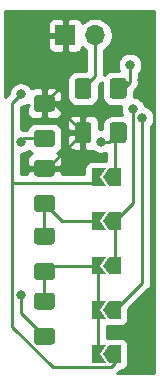
<source format=gbr>
%TF.GenerationSoftware,KiCad,Pcbnew,(5.1.6)-1*%
%TF.CreationDate,2020-08-29T13:30:18-04:00*%
%TF.ProjectId,555-timer-rev1-0,3535352d-7469-46d6-9572-2d726576312d,rev?*%
%TF.SameCoordinates,Original*%
%TF.FileFunction,Copper,L2,Bot*%
%TF.FilePolarity,Positive*%
%FSLAX46Y46*%
G04 Gerber Fmt 4.6, Leading zero omitted, Abs format (unit mm)*
G04 Created by KiCad (PCBNEW (5.1.6)-1) date 2020-08-29 13:30:18*
%MOMM*%
%LPD*%
G01*
G04 APERTURE LIST*
%TA.AperFunction,SMDPad,CuDef*%
%ADD10C,0.100000*%
%TD*%
%TA.AperFunction,ComponentPad*%
%ADD11R,1.700000X1.700000*%
%TD*%
%TA.AperFunction,ComponentPad*%
%ADD12O,1.700000X1.700000*%
%TD*%
%TA.AperFunction,ViaPad*%
%ADD13C,0.800000*%
%TD*%
%TA.AperFunction,Conductor*%
%ADD14C,0.250000*%
%TD*%
%TA.AperFunction,Conductor*%
%ADD15C,0.254000*%
%TD*%
G04 APERTURE END LIST*
%TO.P,R4,2*%
%TO.N,Net-(C2-Pad1)*%
%TA.AperFunction,SMDPad,CuDef*%
G36*
G01*
X145125000Y-94275000D02*
X146375000Y-94275000D01*
G75*
G02*
X146625000Y-94525000I0J-250000D01*
G01*
X146625000Y-95450000D01*
G75*
G02*
X146375000Y-95700000I-250000J0D01*
G01*
X145125000Y-95700000D01*
G75*
G02*
X144875000Y-95450000I0J250000D01*
G01*
X144875000Y-94525000D01*
G75*
G02*
X145125000Y-94275000I250000J0D01*
G01*
G37*
%TD.AperFunction*%
%TO.P,R4,1*%
%TO.N,Net-(JP2-Pad2)*%
%TA.AperFunction,SMDPad,CuDef*%
G36*
G01*
X145125000Y-91300000D02*
X146375000Y-91300000D01*
G75*
G02*
X146625000Y-91550000I0J-250000D01*
G01*
X146625000Y-92475000D01*
G75*
G02*
X146375000Y-92725000I-250000J0D01*
G01*
X145125000Y-92725000D01*
G75*
G02*
X144875000Y-92475000I0J250000D01*
G01*
X144875000Y-91550000D01*
G75*
G02*
X145125000Y-91300000I250000J0D01*
G01*
G37*
%TD.AperFunction*%
%TD*%
%TO.P,R3,2*%
%TO.N,Net-(JP2-Pad2)*%
%TA.AperFunction,SMDPad,CuDef*%
G36*
G01*
X145125000Y-88525000D02*
X146375000Y-88525000D01*
G75*
G02*
X146625000Y-88775000I0J-250000D01*
G01*
X146625000Y-89700000D01*
G75*
G02*
X146375000Y-89950000I-250000J0D01*
G01*
X145125000Y-89950000D01*
G75*
G02*
X144875000Y-89700000I0J250000D01*
G01*
X144875000Y-88775000D01*
G75*
G02*
X145125000Y-88525000I250000J0D01*
G01*
G37*
%TD.AperFunction*%
%TO.P,R3,1*%
%TO.N,+5V*%
%TA.AperFunction,SMDPad,CuDef*%
G36*
G01*
X145125000Y-85550000D02*
X146375000Y-85550000D01*
G75*
G02*
X146625000Y-85800000I0J-250000D01*
G01*
X146625000Y-86725000D01*
G75*
G02*
X146375000Y-86975000I-250000J0D01*
G01*
X145125000Y-86975000D01*
G75*
G02*
X144875000Y-86725000I0J250000D01*
G01*
X144875000Y-85800000D01*
G75*
G02*
X145125000Y-85550000I250000J0D01*
G01*
G37*
%TD.AperFunction*%
%TD*%
%TO.P,R2,2*%
%TO.N,Net-(R2-Pad2)*%
%TA.AperFunction,SMDPad,CuDef*%
G36*
G01*
X145125000Y-83025000D02*
X146375000Y-83025000D01*
G75*
G02*
X146625000Y-83275000I0J-250000D01*
G01*
X146625000Y-84200000D01*
G75*
G02*
X146375000Y-84450000I-250000J0D01*
G01*
X145125000Y-84450000D01*
G75*
G02*
X144875000Y-84200000I0J250000D01*
G01*
X144875000Y-83275000D01*
G75*
G02*
X145125000Y-83025000I250000J0D01*
G01*
G37*
%TD.AperFunction*%
%TO.P,R2,1*%
%TO.N,+5V*%
%TA.AperFunction,SMDPad,CuDef*%
G36*
G01*
X145125000Y-80050000D02*
X146375000Y-80050000D01*
G75*
G02*
X146625000Y-80300000I0J-250000D01*
G01*
X146625000Y-81225000D01*
G75*
G02*
X146375000Y-81475000I-250000J0D01*
G01*
X145125000Y-81475000D01*
G75*
G02*
X144875000Y-81225000I0J250000D01*
G01*
X144875000Y-80300000D01*
G75*
G02*
X145125000Y-80050000I250000J0D01*
G01*
G37*
%TD.AperFunction*%
%TD*%
%TO.P,R1,2*%
%TO.N,+5V*%
%TA.AperFunction,SMDPad,CuDef*%
G36*
G01*
X149725000Y-82625000D02*
X149725000Y-83875000D01*
G75*
G02*
X149475000Y-84125000I-250000J0D01*
G01*
X148550000Y-84125000D01*
G75*
G02*
X148300000Y-83875000I0J250000D01*
G01*
X148300000Y-82625000D01*
G75*
G02*
X148550000Y-82375000I250000J0D01*
G01*
X149475000Y-82375000D01*
G75*
G02*
X149725000Y-82625000I0J-250000D01*
G01*
G37*
%TD.AperFunction*%
%TO.P,R1,1*%
%TO.N,Net-(JP1-Pad1)*%
%TA.AperFunction,SMDPad,CuDef*%
G36*
G01*
X152700000Y-82625000D02*
X152700000Y-83875000D01*
G75*
G02*
X152450000Y-84125000I-250000J0D01*
G01*
X151525000Y-84125000D01*
G75*
G02*
X151275000Y-83875000I0J250000D01*
G01*
X151275000Y-82625000D01*
G75*
G02*
X151525000Y-82375000I250000J0D01*
G01*
X152450000Y-82375000D01*
G75*
G02*
X152700000Y-82625000I0J-250000D01*
G01*
G37*
%TD.AperFunction*%
%TD*%
%TA.AperFunction,SMDPad,CuDef*%
D10*
%TO.P,JP4,1*%
%TO.N,Net-(JP4-Pad1)*%
G36*
X150725000Y-98250000D02*
G01*
X151225000Y-97500000D01*
X152225000Y-97500000D01*
X152225000Y-99000000D01*
X151225000Y-99000000D01*
X150725000Y-98250000D01*
G37*
%TD.AperFunction*%
%TA.AperFunction,SMDPad,CuDef*%
%TO.P,JP4,2*%
%TO.N,Net-(C2-Pad1)*%
G36*
X149775000Y-97500000D02*
G01*
X150925000Y-97500000D01*
X150425000Y-98250000D01*
X150925000Y-99000000D01*
X149775000Y-99000000D01*
X149775000Y-97500000D01*
G37*
%TD.AperFunction*%
%TD*%
%TA.AperFunction,SMDPad,CuDef*%
%TO.P,JP3,1*%
%TO.N,Net-(JP2-Pad1)*%
G36*
X150725000Y-94500000D02*
G01*
X151225000Y-93750000D01*
X152225000Y-93750000D01*
X152225000Y-95250000D01*
X151225000Y-95250000D01*
X150725000Y-94500000D01*
G37*
%TD.AperFunction*%
%TA.AperFunction,SMDPad,CuDef*%
%TO.P,JP3,2*%
%TO.N,Net-(C2-Pad1)*%
G36*
X149775000Y-93750000D02*
G01*
X150925000Y-93750000D01*
X150425000Y-94500000D01*
X150925000Y-95250000D01*
X149775000Y-95250000D01*
X149775000Y-93750000D01*
G37*
%TD.AperFunction*%
%TD*%
%TA.AperFunction,SMDPad,CuDef*%
%TO.P,JP2,1*%
%TO.N,Net-(JP2-Pad1)*%
G36*
X150725000Y-90750000D02*
G01*
X151225000Y-90000000D01*
X152225000Y-90000000D01*
X152225000Y-91500000D01*
X151225000Y-91500000D01*
X150725000Y-90750000D01*
G37*
%TD.AperFunction*%
%TA.AperFunction,SMDPad,CuDef*%
%TO.P,JP2,2*%
%TO.N,Net-(JP2-Pad2)*%
G36*
X149775000Y-90000000D02*
G01*
X150925000Y-90000000D01*
X150425000Y-90750000D01*
X150925000Y-91500000D01*
X149775000Y-91500000D01*
X149775000Y-90000000D01*
G37*
%TD.AperFunction*%
%TD*%
%TA.AperFunction,SMDPad,CuDef*%
%TO.P,JP5,1*%
%TO.N,/TRIGGER*%
G36*
X150725000Y-102000000D02*
G01*
X151225000Y-101250000D01*
X152225000Y-101250000D01*
X152225000Y-102750000D01*
X151225000Y-102750000D01*
X150725000Y-102000000D01*
G37*
%TD.AperFunction*%
%TA.AperFunction,SMDPad,CuDef*%
%TO.P,JP5,2*%
%TO.N,Net-(C2-Pad1)*%
G36*
X149775000Y-101250000D02*
G01*
X150925000Y-101250000D01*
X150425000Y-102000000D01*
X150925000Y-102750000D01*
X149775000Y-102750000D01*
X149775000Y-101250000D01*
G37*
%TD.AperFunction*%
%TD*%
%TA.AperFunction,SMDPad,CuDef*%
%TO.P,JP1,1*%
%TO.N,Net-(JP1-Pad1)*%
G36*
X150725000Y-87000000D02*
G01*
X151225000Y-86250000D01*
X152225000Y-86250000D01*
X152225000Y-87750000D01*
X151225000Y-87750000D01*
X150725000Y-87000000D01*
G37*
%TD.AperFunction*%
%TA.AperFunction,SMDPad,CuDef*%
%TO.P,JP1,2*%
%TO.N,/TRIGGER*%
G36*
X149775000Y-86250000D02*
G01*
X150925000Y-86250000D01*
X150425000Y-87000000D01*
X150925000Y-87750000D01*
X149775000Y-87750000D01*
X149775000Y-86250000D01*
G37*
%TD.AperFunction*%
%TD*%
D11*
%TO.P,J1,1*%
%TO.N,+5V*%
X147500000Y-75000000D03*
D12*
%TO.P,J1,2*%
%TO.N,GND*%
X150040000Y-75000000D03*
%TD*%
%TO.P,C2,2*%
%TO.N,GND*%
%TA.AperFunction,SMDPad,CuDef*%
G36*
G01*
X145125000Y-99775000D02*
X146375000Y-99775000D01*
G75*
G02*
X146625000Y-100025000I0J-250000D01*
G01*
X146625000Y-100950000D01*
G75*
G02*
X146375000Y-101200000I-250000J0D01*
G01*
X145125000Y-101200000D01*
G75*
G02*
X144875000Y-100950000I0J250000D01*
G01*
X144875000Y-100025000D01*
G75*
G02*
X145125000Y-99775000I250000J0D01*
G01*
G37*
%TD.AperFunction*%
%TO.P,C2,1*%
%TO.N,Net-(C2-Pad1)*%
%TA.AperFunction,SMDPad,CuDef*%
G36*
G01*
X145125000Y-96800000D02*
X146375000Y-96800000D01*
G75*
G02*
X146625000Y-97050000I0J-250000D01*
G01*
X146625000Y-97975000D01*
G75*
G02*
X146375000Y-98225000I-250000J0D01*
G01*
X145125000Y-98225000D01*
G75*
G02*
X144875000Y-97975000I0J250000D01*
G01*
X144875000Y-97050000D01*
G75*
G02*
X145125000Y-96800000I250000J0D01*
G01*
G37*
%TD.AperFunction*%
%TD*%
%TO.P,C1,2*%
%TO.N,GND*%
%TA.AperFunction,SMDPad,CuDef*%
G36*
G01*
X149725000Y-78875000D02*
X149725000Y-80125000D01*
G75*
G02*
X149475000Y-80375000I-250000J0D01*
G01*
X148550000Y-80375000D01*
G75*
G02*
X148300000Y-80125000I0J250000D01*
G01*
X148300000Y-78875000D01*
G75*
G02*
X148550000Y-78625000I250000J0D01*
G01*
X149475000Y-78625000D01*
G75*
G02*
X149725000Y-78875000I0J-250000D01*
G01*
G37*
%TD.AperFunction*%
%TO.P,C1,1*%
%TO.N,Net-(C1-Pad1)*%
%TA.AperFunction,SMDPad,CuDef*%
G36*
G01*
X152700000Y-78875000D02*
X152700000Y-80125000D01*
G75*
G02*
X152450000Y-80375000I-250000J0D01*
G01*
X151525000Y-80375000D01*
G75*
G02*
X151275000Y-80125000I0J250000D01*
G01*
X151275000Y-78875000D01*
G75*
G02*
X151525000Y-78625000I250000J0D01*
G01*
X152450000Y-78625000D01*
G75*
G02*
X152700000Y-78875000I0J-250000D01*
G01*
G37*
%TD.AperFunction*%
%TD*%
D13*
%TO.N,GND*%
X143750000Y-97000000D03*
%TO.N,Net-(C1-Pad1)*%
X153000000Y-77500000D03*
%TO.N,/TRIGGER*%
X143750000Y-80000000D03*
%TO.N,+5V*%
X154500000Y-100750000D03*
X154000000Y-78750000D03*
%TO.N,Net-(JP1-Pad1)*%
X150500000Y-84000000D03*
%TO.N,Net-(R2-Pad2)*%
X143750000Y-84000000D03*
%TO.N,Net-(JP2-Pad1)*%
X153250000Y-81250000D03*
%TO.N,Net-(JP4-Pad1)*%
X154025000Y-82000000D03*
%TD*%
D14*
%TO.N,GND*%
X150000000Y-75000000D02*
X150050010Y-75050010D01*
X150040000Y-78472500D02*
X149012500Y-79500000D01*
X150040000Y-75000000D02*
X150040000Y-78472500D01*
X145750000Y-100487500D02*
X143750000Y-98487500D01*
X143750000Y-98487500D02*
X143750000Y-97000000D01*
%TO.N,Net-(C1-Pad1)*%
X152750000Y-78987500D02*
X152487500Y-79250000D01*
X153000000Y-78987500D02*
X152487500Y-79500000D01*
X153000000Y-77500000D02*
X153000000Y-78987500D01*
%TO.N,/TRIGGER*%
X151725000Y-102409636D02*
X151725000Y-102000000D01*
X151725000Y-102750000D02*
X151725000Y-102000000D01*
X151399990Y-103075010D02*
X151725000Y-102750000D01*
X146436820Y-103075010D02*
X151399990Y-103075010D01*
X143024999Y-99663189D02*
X146436820Y-103075010D01*
X143750000Y-80000000D02*
X143024999Y-80725001D01*
X143049998Y-87500000D02*
X143024999Y-87524999D01*
X150275000Y-87000000D02*
X149775000Y-87500000D01*
X149775000Y-87500000D02*
X143049998Y-87500000D01*
X143024999Y-80725001D02*
X143024999Y-87524999D01*
X143024999Y-87524999D02*
X143024999Y-99663189D01*
%TO.N,+5V*%
X149512500Y-83000000D02*
X149512500Y-83875000D01*
X146012500Y-86000000D02*
X145750000Y-86262500D01*
X145750000Y-80762500D02*
X145750000Y-81475000D01*
X147500000Y-79012500D02*
X145750000Y-80762500D01*
X147500000Y-75000000D02*
X147500000Y-79012500D01*
X146525000Y-80762500D02*
X149012500Y-83250000D01*
X145750000Y-80762500D02*
X146525000Y-80762500D01*
X146000000Y-86262500D02*
X149012500Y-83250000D01*
X145750000Y-86262500D02*
X146000000Y-86262500D01*
%TO.N,Net-(JP1-Pad1)*%
X151725000Y-84012500D02*
X152487500Y-83250000D01*
X151725000Y-87000000D02*
X151725000Y-84012500D01*
X151237500Y-84000000D02*
X151987500Y-83250000D01*
X150500000Y-84000000D02*
X151237500Y-84000000D01*
%TO.N,Net-(R2-Pad2)*%
X145512500Y-83737500D02*
X145750000Y-83737500D01*
X144012500Y-83737500D02*
X143750000Y-84000000D01*
X145750000Y-83737500D02*
X144012500Y-83737500D01*
%TO.N,Net-(C2-Pad1)*%
X145750000Y-94987500D02*
X145750000Y-97512500D01*
X150275000Y-102000000D02*
X150275000Y-98250000D01*
X150275000Y-98250000D02*
X150275000Y-94500000D01*
X146012500Y-97250000D02*
X145750000Y-97512500D01*
X146237500Y-94500000D02*
X145750000Y-94987500D01*
X150275000Y-94500000D02*
X146237500Y-94500000D01*
%TO.N,Net-(JP2-Pad1)*%
X151725000Y-90750000D02*
X151725000Y-94500000D01*
X153250000Y-89225000D02*
X151725000Y-90750000D01*
X153250000Y-81250000D02*
X153250000Y-89225000D01*
%TO.N,Net-(JP2-Pad2)*%
X145750000Y-89237500D02*
X145750000Y-92012500D01*
X147262500Y-90750000D02*
X145750000Y-89237500D01*
X150275000Y-90750000D02*
X147262500Y-90750000D01*
%TO.N,Net-(JP4-Pad1)*%
X154025000Y-95950000D02*
X151725000Y-98250000D01*
X154025000Y-82000000D02*
X154025000Y-95950000D01*
%TD*%
D15*
%TO.N,+5V*%
G36*
X155065001Y-103623000D02*
G01*
X151930256Y-103623000D01*
X151939991Y-103615011D01*
X151963794Y-103586007D01*
X152161729Y-103388072D01*
X152225000Y-103388072D01*
X152349482Y-103375812D01*
X152469180Y-103339502D01*
X152579494Y-103280537D01*
X152676185Y-103201185D01*
X152755537Y-103104494D01*
X152814502Y-102994180D01*
X152850812Y-102874482D01*
X152863072Y-102750000D01*
X152863072Y-101250000D01*
X152850812Y-101125518D01*
X152814502Y-101005820D01*
X152755537Y-100895506D01*
X152676185Y-100798815D01*
X152579494Y-100719463D01*
X152469180Y-100660498D01*
X152349482Y-100624188D01*
X152225000Y-100611928D01*
X151225000Y-100611928D01*
X151099864Y-100624319D01*
X151074936Y-100631909D01*
X151049482Y-100624188D01*
X151035000Y-100622762D01*
X151035000Y-99627296D01*
X151048827Y-99625941D01*
X151074935Y-99618051D01*
X151100518Y-99625812D01*
X151225000Y-99638072D01*
X152225000Y-99638072D01*
X152349482Y-99625812D01*
X152469180Y-99589502D01*
X152579494Y-99530537D01*
X152676185Y-99451185D01*
X152755537Y-99354494D01*
X152814502Y-99244180D01*
X152850812Y-99124482D01*
X152863072Y-99000000D01*
X152863072Y-98186729D01*
X154536003Y-96513799D01*
X154565001Y-96490001D01*
X154659974Y-96374276D01*
X154730546Y-96242247D01*
X154774003Y-96098986D01*
X154785000Y-95987333D01*
X154785000Y-95987324D01*
X154788676Y-95950001D01*
X154785000Y-95912678D01*
X154785000Y-82703711D01*
X154828937Y-82659774D01*
X154942205Y-82490256D01*
X155020226Y-82301898D01*
X155060000Y-82101939D01*
X155060000Y-81898061D01*
X155020226Y-81698102D01*
X154942205Y-81509744D01*
X154828937Y-81340226D01*
X154684774Y-81196063D01*
X154515256Y-81082795D01*
X154326898Y-81004774D01*
X154253599Y-80990194D01*
X154245226Y-80948102D01*
X154167205Y-80759744D01*
X154053937Y-80590226D01*
X153909774Y-80446063D01*
X153740256Y-80332795D01*
X153551898Y-80254774D01*
X153351939Y-80215000D01*
X153329208Y-80215000D01*
X153338072Y-80125000D01*
X153338072Y-79724230D01*
X153511007Y-79551295D01*
X153540001Y-79527501D01*
X153563795Y-79498508D01*
X153563799Y-79498504D01*
X153634973Y-79411777D01*
X153659962Y-79365027D01*
X153705546Y-79279747D01*
X153749003Y-79136486D01*
X153760000Y-79024833D01*
X153760000Y-79024824D01*
X153763676Y-78987501D01*
X153760000Y-78950178D01*
X153760000Y-78203711D01*
X153803937Y-78159774D01*
X153917205Y-77990256D01*
X153995226Y-77801898D01*
X154035000Y-77601939D01*
X154035000Y-77398061D01*
X153995226Y-77198102D01*
X153917205Y-77009744D01*
X153803937Y-76840226D01*
X153659774Y-76696063D01*
X153490256Y-76582795D01*
X153301898Y-76504774D01*
X153101939Y-76465000D01*
X152898061Y-76465000D01*
X152698102Y-76504774D01*
X152509744Y-76582795D01*
X152340226Y-76696063D01*
X152196063Y-76840226D01*
X152082795Y-77009744D01*
X152004774Y-77198102D01*
X151965000Y-77398061D01*
X151965000Y-77601939D01*
X152004774Y-77801898D01*
X152081416Y-77986928D01*
X151525000Y-77986928D01*
X151351746Y-78003992D01*
X151185150Y-78054528D01*
X151031614Y-78136595D01*
X150897038Y-78247038D01*
X150800000Y-78365280D01*
X150800000Y-76278178D01*
X150986632Y-76153475D01*
X151193475Y-75946632D01*
X151355990Y-75703411D01*
X151467932Y-75433158D01*
X151525000Y-75146260D01*
X151525000Y-74853740D01*
X151467932Y-74566842D01*
X151355990Y-74296589D01*
X151193475Y-74053368D01*
X150986632Y-73846525D01*
X150743411Y-73684010D01*
X150473158Y-73572068D01*
X150186260Y-73515000D01*
X149893740Y-73515000D01*
X149606842Y-73572068D01*
X149336589Y-73684010D01*
X149093368Y-73846525D01*
X148961513Y-73978380D01*
X148939502Y-73905820D01*
X148880537Y-73795506D01*
X148801185Y-73698815D01*
X148704494Y-73619463D01*
X148594180Y-73560498D01*
X148474482Y-73524188D01*
X148350000Y-73511928D01*
X147785750Y-73515000D01*
X147627000Y-73673750D01*
X147627000Y-74873000D01*
X147647000Y-74873000D01*
X147647000Y-75127000D01*
X147627000Y-75127000D01*
X147627000Y-76326250D01*
X147785750Y-76485000D01*
X148350000Y-76488072D01*
X148474482Y-76475812D01*
X148594180Y-76439502D01*
X148704494Y-76380537D01*
X148801185Y-76301185D01*
X148880537Y-76204494D01*
X148939502Y-76094180D01*
X148961513Y-76021620D01*
X149093368Y-76153475D01*
X149280000Y-76278179D01*
X149280001Y-77986928D01*
X148550000Y-77986928D01*
X148376746Y-78003992D01*
X148210150Y-78054528D01*
X148056614Y-78136595D01*
X147922038Y-78247038D01*
X147811595Y-78381614D01*
X147729528Y-78535150D01*
X147678992Y-78701746D01*
X147661928Y-78875000D01*
X147661928Y-80125000D01*
X147678992Y-80298254D01*
X147729528Y-80464850D01*
X147811595Y-80618386D01*
X147922038Y-80752962D01*
X148056614Y-80863405D01*
X148210150Y-80945472D01*
X148376746Y-80996008D01*
X148550000Y-81013072D01*
X149475000Y-81013072D01*
X149648254Y-80996008D01*
X149814850Y-80945472D01*
X149968386Y-80863405D01*
X150102962Y-80752962D01*
X150213405Y-80618386D01*
X150295472Y-80464850D01*
X150346008Y-80298254D01*
X150363072Y-80125000D01*
X150363072Y-79224231D01*
X150551008Y-79036295D01*
X150580001Y-79012501D01*
X150603795Y-78983508D01*
X150603799Y-78983504D01*
X150636928Y-78943136D01*
X150636928Y-80125000D01*
X150653992Y-80298254D01*
X150704528Y-80464850D01*
X150786595Y-80618386D01*
X150897038Y-80752962D01*
X151031614Y-80863405D01*
X151185150Y-80945472D01*
X151351746Y-80996008D01*
X151525000Y-81013072D01*
X152241851Y-81013072D01*
X152215000Y-81148061D01*
X152215000Y-81351939D01*
X152254774Y-81551898D01*
X152331416Y-81736928D01*
X151525000Y-81736928D01*
X151351746Y-81753992D01*
X151185150Y-81804528D01*
X151031614Y-81886595D01*
X150897038Y-81997038D01*
X150786595Y-82131614D01*
X150704528Y-82285150D01*
X150653992Y-82451746D01*
X150636928Y-82625000D01*
X150636928Y-82971960D01*
X150601939Y-82965000D01*
X150398061Y-82965000D01*
X150349613Y-82974637D01*
X150360000Y-82964250D01*
X150363072Y-82375000D01*
X150350812Y-82250518D01*
X150314502Y-82130820D01*
X150255537Y-82020506D01*
X150176185Y-81923815D01*
X150079494Y-81844463D01*
X149969180Y-81785498D01*
X149849482Y-81749188D01*
X149725000Y-81736928D01*
X149298250Y-81740000D01*
X149139500Y-81898750D01*
X149139500Y-83123000D01*
X149159500Y-83123000D01*
X149159500Y-83377000D01*
X149139500Y-83377000D01*
X149139500Y-84601250D01*
X149298250Y-84760000D01*
X149725000Y-84763072D01*
X149792694Y-84756405D01*
X149840226Y-84803937D01*
X150009744Y-84917205D01*
X150198102Y-84995226D01*
X150398061Y-85035000D01*
X150601939Y-85035000D01*
X150801898Y-84995226D01*
X150965001Y-84927666D01*
X150965000Y-85615868D01*
X150925000Y-85611928D01*
X149775000Y-85611928D01*
X149650518Y-85624188D01*
X149530820Y-85660498D01*
X149420506Y-85719463D01*
X149323815Y-85798815D01*
X149244463Y-85895506D01*
X149185498Y-86005820D01*
X149149188Y-86125518D01*
X149136928Y-86250000D01*
X149136928Y-86740000D01*
X147261380Y-86740000D01*
X147260000Y-86548250D01*
X147101250Y-86389500D01*
X145877000Y-86389500D01*
X145877000Y-86409500D01*
X145623000Y-86409500D01*
X145623000Y-86389500D01*
X144398750Y-86389500D01*
X144240000Y-86548250D01*
X144238620Y-86740000D01*
X143784999Y-86740000D01*
X143784999Y-85035000D01*
X143851939Y-85035000D01*
X144051898Y-84995226D01*
X144240256Y-84917205D01*
X144409774Y-84803937D01*
X144446874Y-84766837D01*
X144497038Y-84827962D01*
X144631614Y-84938405D01*
X144657695Y-84952346D01*
X144630820Y-84960498D01*
X144520506Y-85019463D01*
X144423815Y-85098815D01*
X144344463Y-85195506D01*
X144285498Y-85305820D01*
X144249188Y-85425518D01*
X144236928Y-85550000D01*
X144240000Y-85976750D01*
X144398750Y-86135500D01*
X145623000Y-86135500D01*
X145623000Y-86115500D01*
X145877000Y-86115500D01*
X145877000Y-86135500D01*
X147101250Y-86135500D01*
X147260000Y-85976750D01*
X147263072Y-85550000D01*
X147250812Y-85425518D01*
X147214502Y-85305820D01*
X147155537Y-85195506D01*
X147076185Y-85098815D01*
X146979494Y-85019463D01*
X146869180Y-84960498D01*
X146842305Y-84952346D01*
X146868386Y-84938405D01*
X147002962Y-84827962D01*
X147113405Y-84693386D01*
X147195472Y-84539850D01*
X147246008Y-84373254D01*
X147263072Y-84200000D01*
X147263072Y-84125000D01*
X147661928Y-84125000D01*
X147674188Y-84249482D01*
X147710498Y-84369180D01*
X147769463Y-84479494D01*
X147848815Y-84576185D01*
X147945506Y-84655537D01*
X148055820Y-84714502D01*
X148175518Y-84750812D01*
X148300000Y-84763072D01*
X148726750Y-84760000D01*
X148885500Y-84601250D01*
X148885500Y-83377000D01*
X147823750Y-83377000D01*
X147665000Y-83535750D01*
X147661928Y-84125000D01*
X147263072Y-84125000D01*
X147263072Y-83275000D01*
X147246008Y-83101746D01*
X147195472Y-82935150D01*
X147113405Y-82781614D01*
X147002962Y-82647038D01*
X146868386Y-82536595D01*
X146714850Y-82454528D01*
X146548254Y-82403992D01*
X146375000Y-82386928D01*
X145125000Y-82386928D01*
X144951746Y-82403992D01*
X144785150Y-82454528D01*
X144631614Y-82536595D01*
X144497038Y-82647038D01*
X144386595Y-82781614D01*
X144304528Y-82935150D01*
X144291681Y-82977500D01*
X144049822Y-82977500D01*
X144012499Y-82973824D01*
X143975176Y-82977500D01*
X143975167Y-82977500D01*
X143934780Y-82981478D01*
X143851939Y-82965000D01*
X143784999Y-82965000D01*
X143784999Y-82375000D01*
X147661928Y-82375000D01*
X147665000Y-82964250D01*
X147823750Y-83123000D01*
X148885500Y-83123000D01*
X148885500Y-81898750D01*
X148726750Y-81740000D01*
X148300000Y-81736928D01*
X148175518Y-81749188D01*
X148055820Y-81785498D01*
X147945506Y-81844463D01*
X147848815Y-81923815D01*
X147769463Y-82020506D01*
X147710498Y-82130820D01*
X147674188Y-82250518D01*
X147661928Y-82375000D01*
X143784999Y-82375000D01*
X143784999Y-81039802D01*
X143789801Y-81035000D01*
X143851939Y-81035000D01*
X144051898Y-80995226D01*
X144240256Y-80917205D01*
X144281717Y-80889502D01*
X144398748Y-80889502D01*
X144240000Y-81048250D01*
X144236928Y-81475000D01*
X144249188Y-81599482D01*
X144285498Y-81719180D01*
X144344463Y-81829494D01*
X144423815Y-81926185D01*
X144520506Y-82005537D01*
X144630820Y-82064502D01*
X144750518Y-82100812D01*
X144875000Y-82113072D01*
X145464250Y-82110000D01*
X145623000Y-81951250D01*
X145623000Y-80889500D01*
X145877000Y-80889500D01*
X145877000Y-81951250D01*
X146035750Y-82110000D01*
X146625000Y-82113072D01*
X146749482Y-82100812D01*
X146869180Y-82064502D01*
X146979494Y-82005537D01*
X147076185Y-81926185D01*
X147155537Y-81829494D01*
X147214502Y-81719180D01*
X147250812Y-81599482D01*
X147263072Y-81475000D01*
X147260000Y-81048250D01*
X147101250Y-80889500D01*
X145877000Y-80889500D01*
X145623000Y-80889500D01*
X145603000Y-80889500D01*
X145603000Y-80635500D01*
X145623000Y-80635500D01*
X145623000Y-79573750D01*
X145877000Y-79573750D01*
X145877000Y-80635500D01*
X147101250Y-80635500D01*
X147260000Y-80476750D01*
X147263072Y-80050000D01*
X147250812Y-79925518D01*
X147214502Y-79805820D01*
X147155537Y-79695506D01*
X147076185Y-79598815D01*
X146979494Y-79519463D01*
X146869180Y-79460498D01*
X146749482Y-79424188D01*
X146625000Y-79411928D01*
X146035750Y-79415000D01*
X145877000Y-79573750D01*
X145623000Y-79573750D01*
X145464250Y-79415000D01*
X144875000Y-79411928D01*
X144750518Y-79424188D01*
X144633713Y-79459620D01*
X144553937Y-79340226D01*
X144409774Y-79196063D01*
X144240256Y-79082795D01*
X144051898Y-79004774D01*
X143851939Y-78965000D01*
X143648061Y-78965000D01*
X143448102Y-79004774D01*
X143259744Y-79082795D01*
X143090226Y-79196063D01*
X142946063Y-79340226D01*
X142832795Y-79509744D01*
X142754774Y-79698102D01*
X142715000Y-79898061D01*
X142715000Y-79960199D01*
X142514001Y-80161198D01*
X142484998Y-80185000D01*
X142460378Y-80215000D01*
X142435000Y-80245923D01*
X142435000Y-75850000D01*
X146011928Y-75850000D01*
X146024188Y-75974482D01*
X146060498Y-76094180D01*
X146119463Y-76204494D01*
X146198815Y-76301185D01*
X146295506Y-76380537D01*
X146405820Y-76439502D01*
X146525518Y-76475812D01*
X146650000Y-76488072D01*
X147214250Y-76485000D01*
X147373000Y-76326250D01*
X147373000Y-75127000D01*
X146173750Y-75127000D01*
X146015000Y-75285750D01*
X146011928Y-75850000D01*
X142435000Y-75850000D01*
X142435000Y-74150000D01*
X146011928Y-74150000D01*
X146015000Y-74714250D01*
X146173750Y-74873000D01*
X147373000Y-74873000D01*
X147373000Y-73673750D01*
X147214250Y-73515000D01*
X146650000Y-73511928D01*
X146525518Y-73524188D01*
X146405820Y-73560498D01*
X146295506Y-73619463D01*
X146198815Y-73698815D01*
X146119463Y-73795506D01*
X146060498Y-73905820D01*
X146024188Y-74025518D01*
X146011928Y-74150000D01*
X142435000Y-74150000D01*
X142435000Y-72935000D01*
X155065000Y-72935000D01*
X155065001Y-103623000D01*
G37*
X155065001Y-103623000D02*
X151930256Y-103623000D01*
X151939991Y-103615011D01*
X151963794Y-103586007D01*
X152161729Y-103388072D01*
X152225000Y-103388072D01*
X152349482Y-103375812D01*
X152469180Y-103339502D01*
X152579494Y-103280537D01*
X152676185Y-103201185D01*
X152755537Y-103104494D01*
X152814502Y-102994180D01*
X152850812Y-102874482D01*
X152863072Y-102750000D01*
X152863072Y-101250000D01*
X152850812Y-101125518D01*
X152814502Y-101005820D01*
X152755537Y-100895506D01*
X152676185Y-100798815D01*
X152579494Y-100719463D01*
X152469180Y-100660498D01*
X152349482Y-100624188D01*
X152225000Y-100611928D01*
X151225000Y-100611928D01*
X151099864Y-100624319D01*
X151074936Y-100631909D01*
X151049482Y-100624188D01*
X151035000Y-100622762D01*
X151035000Y-99627296D01*
X151048827Y-99625941D01*
X151074935Y-99618051D01*
X151100518Y-99625812D01*
X151225000Y-99638072D01*
X152225000Y-99638072D01*
X152349482Y-99625812D01*
X152469180Y-99589502D01*
X152579494Y-99530537D01*
X152676185Y-99451185D01*
X152755537Y-99354494D01*
X152814502Y-99244180D01*
X152850812Y-99124482D01*
X152863072Y-99000000D01*
X152863072Y-98186729D01*
X154536003Y-96513799D01*
X154565001Y-96490001D01*
X154659974Y-96374276D01*
X154730546Y-96242247D01*
X154774003Y-96098986D01*
X154785000Y-95987333D01*
X154785000Y-95987324D01*
X154788676Y-95950001D01*
X154785000Y-95912678D01*
X154785000Y-82703711D01*
X154828937Y-82659774D01*
X154942205Y-82490256D01*
X155020226Y-82301898D01*
X155060000Y-82101939D01*
X155060000Y-81898061D01*
X155020226Y-81698102D01*
X154942205Y-81509744D01*
X154828937Y-81340226D01*
X154684774Y-81196063D01*
X154515256Y-81082795D01*
X154326898Y-81004774D01*
X154253599Y-80990194D01*
X154245226Y-80948102D01*
X154167205Y-80759744D01*
X154053937Y-80590226D01*
X153909774Y-80446063D01*
X153740256Y-80332795D01*
X153551898Y-80254774D01*
X153351939Y-80215000D01*
X153329208Y-80215000D01*
X153338072Y-80125000D01*
X153338072Y-79724230D01*
X153511007Y-79551295D01*
X153540001Y-79527501D01*
X153563795Y-79498508D01*
X153563799Y-79498504D01*
X153634973Y-79411777D01*
X153659962Y-79365027D01*
X153705546Y-79279747D01*
X153749003Y-79136486D01*
X153760000Y-79024833D01*
X153760000Y-79024824D01*
X153763676Y-78987501D01*
X153760000Y-78950178D01*
X153760000Y-78203711D01*
X153803937Y-78159774D01*
X153917205Y-77990256D01*
X153995226Y-77801898D01*
X154035000Y-77601939D01*
X154035000Y-77398061D01*
X153995226Y-77198102D01*
X153917205Y-77009744D01*
X153803937Y-76840226D01*
X153659774Y-76696063D01*
X153490256Y-76582795D01*
X153301898Y-76504774D01*
X153101939Y-76465000D01*
X152898061Y-76465000D01*
X152698102Y-76504774D01*
X152509744Y-76582795D01*
X152340226Y-76696063D01*
X152196063Y-76840226D01*
X152082795Y-77009744D01*
X152004774Y-77198102D01*
X151965000Y-77398061D01*
X151965000Y-77601939D01*
X152004774Y-77801898D01*
X152081416Y-77986928D01*
X151525000Y-77986928D01*
X151351746Y-78003992D01*
X151185150Y-78054528D01*
X151031614Y-78136595D01*
X150897038Y-78247038D01*
X150800000Y-78365280D01*
X150800000Y-76278178D01*
X150986632Y-76153475D01*
X151193475Y-75946632D01*
X151355990Y-75703411D01*
X151467932Y-75433158D01*
X151525000Y-75146260D01*
X151525000Y-74853740D01*
X151467932Y-74566842D01*
X151355990Y-74296589D01*
X151193475Y-74053368D01*
X150986632Y-73846525D01*
X150743411Y-73684010D01*
X150473158Y-73572068D01*
X150186260Y-73515000D01*
X149893740Y-73515000D01*
X149606842Y-73572068D01*
X149336589Y-73684010D01*
X149093368Y-73846525D01*
X148961513Y-73978380D01*
X148939502Y-73905820D01*
X148880537Y-73795506D01*
X148801185Y-73698815D01*
X148704494Y-73619463D01*
X148594180Y-73560498D01*
X148474482Y-73524188D01*
X148350000Y-73511928D01*
X147785750Y-73515000D01*
X147627000Y-73673750D01*
X147627000Y-74873000D01*
X147647000Y-74873000D01*
X147647000Y-75127000D01*
X147627000Y-75127000D01*
X147627000Y-76326250D01*
X147785750Y-76485000D01*
X148350000Y-76488072D01*
X148474482Y-76475812D01*
X148594180Y-76439502D01*
X148704494Y-76380537D01*
X148801185Y-76301185D01*
X148880537Y-76204494D01*
X148939502Y-76094180D01*
X148961513Y-76021620D01*
X149093368Y-76153475D01*
X149280000Y-76278179D01*
X149280001Y-77986928D01*
X148550000Y-77986928D01*
X148376746Y-78003992D01*
X148210150Y-78054528D01*
X148056614Y-78136595D01*
X147922038Y-78247038D01*
X147811595Y-78381614D01*
X147729528Y-78535150D01*
X147678992Y-78701746D01*
X147661928Y-78875000D01*
X147661928Y-80125000D01*
X147678992Y-80298254D01*
X147729528Y-80464850D01*
X147811595Y-80618386D01*
X147922038Y-80752962D01*
X148056614Y-80863405D01*
X148210150Y-80945472D01*
X148376746Y-80996008D01*
X148550000Y-81013072D01*
X149475000Y-81013072D01*
X149648254Y-80996008D01*
X149814850Y-80945472D01*
X149968386Y-80863405D01*
X150102962Y-80752962D01*
X150213405Y-80618386D01*
X150295472Y-80464850D01*
X150346008Y-80298254D01*
X150363072Y-80125000D01*
X150363072Y-79224231D01*
X150551008Y-79036295D01*
X150580001Y-79012501D01*
X150603795Y-78983508D01*
X150603799Y-78983504D01*
X150636928Y-78943136D01*
X150636928Y-80125000D01*
X150653992Y-80298254D01*
X150704528Y-80464850D01*
X150786595Y-80618386D01*
X150897038Y-80752962D01*
X151031614Y-80863405D01*
X151185150Y-80945472D01*
X151351746Y-80996008D01*
X151525000Y-81013072D01*
X152241851Y-81013072D01*
X152215000Y-81148061D01*
X152215000Y-81351939D01*
X152254774Y-81551898D01*
X152331416Y-81736928D01*
X151525000Y-81736928D01*
X151351746Y-81753992D01*
X151185150Y-81804528D01*
X151031614Y-81886595D01*
X150897038Y-81997038D01*
X150786595Y-82131614D01*
X150704528Y-82285150D01*
X150653992Y-82451746D01*
X150636928Y-82625000D01*
X150636928Y-82971960D01*
X150601939Y-82965000D01*
X150398061Y-82965000D01*
X150349613Y-82974637D01*
X150360000Y-82964250D01*
X150363072Y-82375000D01*
X150350812Y-82250518D01*
X150314502Y-82130820D01*
X150255537Y-82020506D01*
X150176185Y-81923815D01*
X150079494Y-81844463D01*
X149969180Y-81785498D01*
X149849482Y-81749188D01*
X149725000Y-81736928D01*
X149298250Y-81740000D01*
X149139500Y-81898750D01*
X149139500Y-83123000D01*
X149159500Y-83123000D01*
X149159500Y-83377000D01*
X149139500Y-83377000D01*
X149139500Y-84601250D01*
X149298250Y-84760000D01*
X149725000Y-84763072D01*
X149792694Y-84756405D01*
X149840226Y-84803937D01*
X150009744Y-84917205D01*
X150198102Y-84995226D01*
X150398061Y-85035000D01*
X150601939Y-85035000D01*
X150801898Y-84995226D01*
X150965001Y-84927666D01*
X150965000Y-85615868D01*
X150925000Y-85611928D01*
X149775000Y-85611928D01*
X149650518Y-85624188D01*
X149530820Y-85660498D01*
X149420506Y-85719463D01*
X149323815Y-85798815D01*
X149244463Y-85895506D01*
X149185498Y-86005820D01*
X149149188Y-86125518D01*
X149136928Y-86250000D01*
X149136928Y-86740000D01*
X147261380Y-86740000D01*
X147260000Y-86548250D01*
X147101250Y-86389500D01*
X145877000Y-86389500D01*
X145877000Y-86409500D01*
X145623000Y-86409500D01*
X145623000Y-86389500D01*
X144398750Y-86389500D01*
X144240000Y-86548250D01*
X144238620Y-86740000D01*
X143784999Y-86740000D01*
X143784999Y-85035000D01*
X143851939Y-85035000D01*
X144051898Y-84995226D01*
X144240256Y-84917205D01*
X144409774Y-84803937D01*
X144446874Y-84766837D01*
X144497038Y-84827962D01*
X144631614Y-84938405D01*
X144657695Y-84952346D01*
X144630820Y-84960498D01*
X144520506Y-85019463D01*
X144423815Y-85098815D01*
X144344463Y-85195506D01*
X144285498Y-85305820D01*
X144249188Y-85425518D01*
X144236928Y-85550000D01*
X144240000Y-85976750D01*
X144398750Y-86135500D01*
X145623000Y-86135500D01*
X145623000Y-86115500D01*
X145877000Y-86115500D01*
X145877000Y-86135500D01*
X147101250Y-86135500D01*
X147260000Y-85976750D01*
X147263072Y-85550000D01*
X147250812Y-85425518D01*
X147214502Y-85305820D01*
X147155537Y-85195506D01*
X147076185Y-85098815D01*
X146979494Y-85019463D01*
X146869180Y-84960498D01*
X146842305Y-84952346D01*
X146868386Y-84938405D01*
X147002962Y-84827962D01*
X147113405Y-84693386D01*
X147195472Y-84539850D01*
X147246008Y-84373254D01*
X147263072Y-84200000D01*
X147263072Y-84125000D01*
X147661928Y-84125000D01*
X147674188Y-84249482D01*
X147710498Y-84369180D01*
X147769463Y-84479494D01*
X147848815Y-84576185D01*
X147945506Y-84655537D01*
X148055820Y-84714502D01*
X148175518Y-84750812D01*
X148300000Y-84763072D01*
X148726750Y-84760000D01*
X148885500Y-84601250D01*
X148885500Y-83377000D01*
X147823750Y-83377000D01*
X147665000Y-83535750D01*
X147661928Y-84125000D01*
X147263072Y-84125000D01*
X147263072Y-83275000D01*
X147246008Y-83101746D01*
X147195472Y-82935150D01*
X147113405Y-82781614D01*
X147002962Y-82647038D01*
X146868386Y-82536595D01*
X146714850Y-82454528D01*
X146548254Y-82403992D01*
X146375000Y-82386928D01*
X145125000Y-82386928D01*
X144951746Y-82403992D01*
X144785150Y-82454528D01*
X144631614Y-82536595D01*
X144497038Y-82647038D01*
X144386595Y-82781614D01*
X144304528Y-82935150D01*
X144291681Y-82977500D01*
X144049822Y-82977500D01*
X144012499Y-82973824D01*
X143975176Y-82977500D01*
X143975167Y-82977500D01*
X143934780Y-82981478D01*
X143851939Y-82965000D01*
X143784999Y-82965000D01*
X143784999Y-82375000D01*
X147661928Y-82375000D01*
X147665000Y-82964250D01*
X147823750Y-83123000D01*
X148885500Y-83123000D01*
X148885500Y-81898750D01*
X148726750Y-81740000D01*
X148300000Y-81736928D01*
X148175518Y-81749188D01*
X148055820Y-81785498D01*
X147945506Y-81844463D01*
X147848815Y-81923815D01*
X147769463Y-82020506D01*
X147710498Y-82130820D01*
X147674188Y-82250518D01*
X147661928Y-82375000D01*
X143784999Y-82375000D01*
X143784999Y-81039802D01*
X143789801Y-81035000D01*
X143851939Y-81035000D01*
X144051898Y-80995226D01*
X144240256Y-80917205D01*
X144281717Y-80889502D01*
X144398748Y-80889502D01*
X144240000Y-81048250D01*
X144236928Y-81475000D01*
X144249188Y-81599482D01*
X144285498Y-81719180D01*
X144344463Y-81829494D01*
X144423815Y-81926185D01*
X144520506Y-82005537D01*
X144630820Y-82064502D01*
X144750518Y-82100812D01*
X144875000Y-82113072D01*
X145464250Y-82110000D01*
X145623000Y-81951250D01*
X145623000Y-80889500D01*
X145877000Y-80889500D01*
X145877000Y-81951250D01*
X146035750Y-82110000D01*
X146625000Y-82113072D01*
X146749482Y-82100812D01*
X146869180Y-82064502D01*
X146979494Y-82005537D01*
X147076185Y-81926185D01*
X147155537Y-81829494D01*
X147214502Y-81719180D01*
X147250812Y-81599482D01*
X147263072Y-81475000D01*
X147260000Y-81048250D01*
X147101250Y-80889500D01*
X145877000Y-80889500D01*
X145623000Y-80889500D01*
X145603000Y-80889500D01*
X145603000Y-80635500D01*
X145623000Y-80635500D01*
X145623000Y-79573750D01*
X145877000Y-79573750D01*
X145877000Y-80635500D01*
X147101250Y-80635500D01*
X147260000Y-80476750D01*
X147263072Y-80050000D01*
X147250812Y-79925518D01*
X147214502Y-79805820D01*
X147155537Y-79695506D01*
X147076185Y-79598815D01*
X146979494Y-79519463D01*
X146869180Y-79460498D01*
X146749482Y-79424188D01*
X146625000Y-79411928D01*
X146035750Y-79415000D01*
X145877000Y-79573750D01*
X145623000Y-79573750D01*
X145464250Y-79415000D01*
X144875000Y-79411928D01*
X144750518Y-79424188D01*
X144633713Y-79459620D01*
X144553937Y-79340226D01*
X144409774Y-79196063D01*
X144240256Y-79082795D01*
X144051898Y-79004774D01*
X143851939Y-78965000D01*
X143648061Y-78965000D01*
X143448102Y-79004774D01*
X143259744Y-79082795D01*
X143090226Y-79196063D01*
X142946063Y-79340226D01*
X142832795Y-79509744D01*
X142754774Y-79698102D01*
X142715000Y-79898061D01*
X142715000Y-79960199D01*
X142514001Y-80161198D01*
X142484998Y-80185000D01*
X142460378Y-80215000D01*
X142435000Y-80245923D01*
X142435000Y-75850000D01*
X146011928Y-75850000D01*
X146024188Y-75974482D01*
X146060498Y-76094180D01*
X146119463Y-76204494D01*
X146198815Y-76301185D01*
X146295506Y-76380537D01*
X146405820Y-76439502D01*
X146525518Y-76475812D01*
X146650000Y-76488072D01*
X147214250Y-76485000D01*
X147373000Y-76326250D01*
X147373000Y-75127000D01*
X146173750Y-75127000D01*
X146015000Y-75285750D01*
X146011928Y-75850000D01*
X142435000Y-75850000D01*
X142435000Y-74150000D01*
X146011928Y-74150000D01*
X146015000Y-74714250D01*
X146173750Y-74873000D01*
X147373000Y-74873000D01*
X147373000Y-73673750D01*
X147214250Y-73515000D01*
X146650000Y-73511928D01*
X146525518Y-73524188D01*
X146405820Y-73560498D01*
X146295506Y-73619463D01*
X146198815Y-73698815D01*
X146119463Y-73795506D01*
X146060498Y-73905820D01*
X146024188Y-74025518D01*
X146011928Y-74150000D01*
X142435000Y-74150000D01*
X142435000Y-72935000D01*
X155065000Y-72935000D01*
X155065001Y-103623000D01*
%TD*%
M02*

</source>
